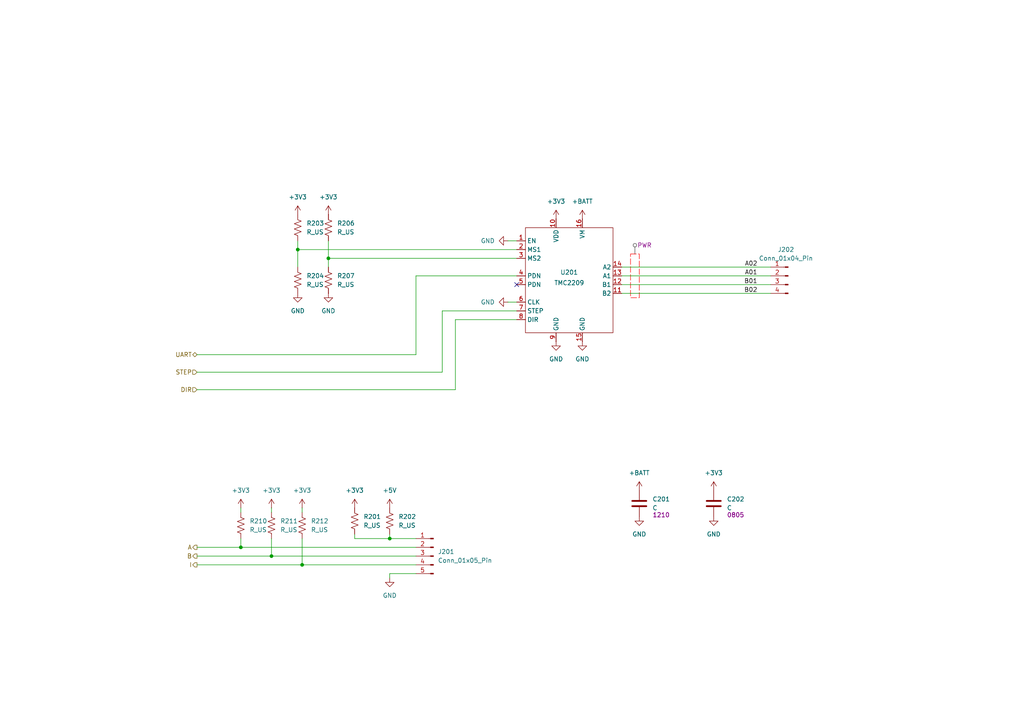
<source format=kicad_sch>
(kicad_sch (version 20250114) (generator "eeschema") (generator_version "9.0")
  (paper "A4")
  (lib_symbols
    (symbol "Connector:Conn_01x04_Pin" (pin_names (offset 1.016) (hide yes))
      (property "Reference" "J" (at 0 5.08 0))
      (property "Value" "Conn_01x04_Pin" (at 0 -7.62 0))
      (symbol "Conn_01x04_Pin_1_1"
        (rectangle (start 0.8636 2.667) (end 0 2.413) (stroke (width 0.1524)) (fill (type outline)))
        (rectangle (start 0.8636 0.127) (end 0 -0.127) (stroke (width 0.1524)) (fill (type outline)))
        (rectangle (start 0.8636 -2.413) (end 0 -2.667) (stroke (width 0.1524)) (fill (type outline)))
        (rectangle (start 0.8636 -4.953) (end 0 -5.207) (stroke (width 0.1524)) (fill (type outline)))
        (polyline (pts (xy 1.27 2.54) (xy 0.8636 2.54)) (stroke (width 0.1524)))
        (polyline (pts (xy 1.27 0) (xy 0.8636 0)) (stroke (width 0.1524)))
        (polyline (pts (xy 1.27 -2.54) (xy 0.8636 -2.54)) (stroke (width 0.1524)))
        (polyline (pts (xy 1.27 -5.08) (xy 0.8636 -5.08)) (stroke (width 0.1524)))
        (pin passive line (at 5.08 2.54 180) (length 3.81) (name "Pin_1") (number "1"))
        (pin passive line (at 5.08 0 180) (length 3.81) (name "Pin_2") (number "2"))
        (pin passive line (at 5.08 -2.54 180) (length 3.81) (name "Pin_3") (number "3"))
        (pin passive line (at 5.08 -5.08 180) (length 3.81) (name "Pin_4") (number "4"))
      )
    )
    (symbol "Connector:Conn_01x05_Pin" (pin_names (offset 1.016) (hide yes))
      (property "Reference" "J" (at 0 7.62 0))
      (property "Value" "Conn_01x05_Pin" (at 0 -7.62 0))
      (symbol "Conn_01x05_Pin_1_1"
        (rectangle (start 0.8636 5.207) (end 0 4.953) (stroke (width 0.1524)) (fill (type outline)))
        (rectangle (start 0.8636 2.667) (end 0 2.413) (stroke (width 0.1524)) (fill (type outline)))
        (rectangle (start 0.8636 0.127) (end 0 -0.127) (stroke (width 0.1524)) (fill (type outline)))
        (rectangle (start 0.8636 -2.413) (end 0 -2.667) (stroke (width 0.1524)) (fill (type outline)))
        (rectangle (start 0.8636 -4.953) (end 0 -5.207) (stroke (width 0.1524)) (fill (type outline)))
        (polyline (pts (xy 1.27 5.08) (xy 0.8636 5.08)) (stroke (width 0.1524)))
        (polyline (pts (xy 1.27 2.54) (xy 0.8636 2.54)) (stroke (width 0.1524)))
        (polyline (pts (xy 1.27 0) (xy 0.8636 0)) (stroke (width 0.1524)))
        (polyline (pts (xy 1.27 -2.54) (xy 0.8636 -2.54)) (stroke (width 0.1524)))
        (polyline (pts (xy 1.27 -5.08) (xy 0.8636 -5.08)) (stroke (width 0.1524)))
        (pin passive line (at 5.08 5.08 180) (length 3.81) (name "Pin_1") (number "1"))
        (pin passive line (at 5.08 2.54 180) (length 3.81) (name "Pin_2") (number "2"))
        (pin passive line (at 5.08 0 180) (length 3.81) (name "Pin_3") (number "3"))
        (pin passive line (at 5.08 -2.54 180) (length 3.81) (name "Pin_4") (number "4"))
        (pin passive line (at 5.08 -5.08 180) (length 3.81) (name "Pin_5") (number "5"))
      )
    )
    (symbol "Device:C" (pin_numbers (hide yes)) (pin_names (offset 0.254))
      (property "Reference" "C" (at 0.635 2.54 0))
      (property "Value" "C" (at 0.635 -2.54 0))
      (symbol "C_0_1"
        (polyline (pts (xy -2.032 0.762) (xy 2.032 0.762)) (stroke (width 0.508)))
        (polyline (pts (xy -2.032 -0.762) (xy 2.032 -0.762)) (stroke (width 0.508)))
      )
      (symbol "C_1_1"
        (pin passive line (at 0 3.81 270) (length 2.794) (name "~") (number "1"))
        (pin passive line (at 0 -3.81 90) (length 2.794) (name "~") (number "2"))
      )
    )
    (symbol "Device:R_US" (pin_numbers (hide yes)) (pin_names (offset 0))
      (property "Reference" "R" (at 2.54 0 90))
      (property "Value" "R_US" (at -2.54 0 90))
      (symbol "R_US_0_1"
        (polyline (pts (xy 0 2.286) (xy 0 2.54)))
        (polyline (pts (xy 0 2.286) (xy 1.016 1.905) (xy 0 1.524) (xy -1.016 1.143) (xy 0 0.762)))
        (polyline (pts (xy 0 0.762) (xy 1.016 0.381) (xy 0 0) (xy -1.016 -0.381) (xy 0 -0.762)))
        (polyline (pts (xy 0 -0.762) (xy 1.016 -1.143) (xy 0 -1.524) (xy -1.016 -1.905) (xy 0 -2.286)))
        (polyline (pts (xy 0 -2.286) (xy 0 -2.54)))
      )
      (symbol "R_US_1_1"
        (pin passive line (at 0 3.81 270) (length 1.27) (name "~") (number "1"))
        (pin passive line (at 0 -3.81 90) (length 1.27) (name "~") (number "2"))
      )
    )
    (symbol "Pokibot:TMC2209"
      (property "Reference" "U" (at -2.032 -3.302 0))
      (property "Value" "TMC2209" (at 0 -6.096 0))
      (symbol "TMC2209_0_1"
        (rectangle (start -12.7 11.43) (end 12.7 -19.05))
      )
      (symbol "TMC2209_1_1"
        (pin input line (at -15.24 7.62 0) (length 2.54) (name "EN") (number "1"))
        (pin input line (at -15.24 5.08 0) (length 2.54) (name "MS1") (number "2"))
        (pin input line (at -15.24 2.54 0) (length 2.54) (name "MS2") (number "3"))
        (pin input line (at -15.24 -2.54 0) (length 2.54) (name "PDN") (number "4"))
        (pin input line (at -15.24 -5.08 0) (length 2.54) (name "PDN") (number "5"))
        (pin input line (at -15.24 -10.16 0) (length 2.54) (name "CLK") (number "6"))
        (pin input line (at -15.24 -12.7 0) (length 2.54) (name "STEP") (number "7"))
        (pin input line (at -15.24 -15.24 0) (length 2.54) (name "DIR") (number "8"))
        (pin input line (at -3.81 13.97 270) (length 2.54) (name "VDD") (number "10"))
        (pin input line (at -3.81 -21.59 90) (length 2.54) (name "GND") (number "9"))
        (pin input line (at 3.81 13.97 270) (length 2.54) (name "VM") (number "16"))
        (pin input line (at 3.81 -21.59 90) (length 2.54) (name "GND") (number "15"))
        (pin input line (at 15.24 0 180) (length 2.54) (name "A2") (number "14"))
        (pin input line (at 15.24 -2.54 180) (length 2.54) (name "A1") (number "13"))
        (pin input line (at 15.24 -5.08 180) (length 2.54) (name "B1") (number "12"))
        (pin input line (at 15.24 -7.62 180) (length 2.54) (name "B2") (number "11"))
      )
    )
    (symbol "power:+3V3" (power) (pin_numbers (hide yes)) (pin_names (offset 0) (hide yes))
      (property "Value" "+3V3" (at 0 3.556 0))
      (symbol "+3V3_0_1"
        (polyline (pts (xy -0.762 1.27) (xy 0 2.54)))
        (polyline (pts (xy 0 2.54) (xy 0.762 1.27)))
        (polyline (pts (xy 0 0) (xy 0 2.54)))
      )
      (symbol "+3V3_1_1"
        (pin power_in line (at 0 0 90) (length 0) (name "~") (number "1"))
      )
    )
    (symbol "power:+5V" (power) (pin_numbers (hide yes)) (pin_names (offset 0) (hide yes))
      (property "Value" "+5V" (at 0 3.556 0))
      (symbol "+5V_0_1"
        (polyline (pts (xy -0.762 1.27) (xy 0 2.54)))
        (polyline (pts (xy 0 2.54) (xy 0.762 1.27)))
        (polyline (pts (xy 0 0) (xy 0 2.54)))
      )
      (symbol "+5V_1_1"
        (pin power_in line (at 0 0 90) (length 0) (name "~") (number "1"))
      )
    )
    (symbol "power:+BATT" (power) (pin_numbers (hide yes)) (pin_names (offset 0) (hide yes))
      (property "Value" "+BATT" (at 0 3.556 0))
      (symbol "+BATT_0_1"
        (polyline (pts (xy -0.762 1.27) (xy 0 2.54)))
        (polyline (pts (xy 0 2.54) (xy 0.762 1.27)))
        (polyline (pts (xy 0 0) (xy 0 2.54)))
      )
      (symbol "+BATT_1_1"
        (pin power_in line (at 0 0 90) (length 0) (name "~") (number "1"))
      )
    )
    (symbol "power:GND" (power) (pin_numbers (hide yes)) (pin_names (offset 0) (hide yes))
      (property "Value" "GND" (at 0 -3.81 0))
      (symbol "GND_0_1"
        (polyline (pts (xy 0 0) (xy 0 -1.27) (xy 1.27 -1.27) (xy 0 -2.54) (xy -1.27 -1.27) (xy 0 -1.27)))
      )
      (symbol "GND_1_1"
        (pin power_in line (at 0 0 270) (length 0) (name "~") (number "1"))
      )
    )
  )
  (junction (at 78.74 161.29))
  (junction (at 95.25 74.93))
  (junction (at 86.36 72.39))
  (junction (at 87.63 163.83))
  (junction (at 69.85 158.75))
  (junction (at 113.03 156.21))
  (no_connect (at 149.86 82.55))
  (wire (pts (xy 102.87 156.21) (xy 113.03 156.21)))
  (wire (pts (xy 87.63 163.83) (xy 120.65 163.83)))
  (wire (pts (xy 86.36 72.39) (xy 149.86 72.39)))
  (wire (pts (xy 57.15 102.87) (xy 120.65 102.87)))
  (wire (pts (xy 120.65 156.21) (xy 113.03 156.21)))
  (wire (pts (xy 69.85 156.21) (xy 69.85 158.75)))
  (wire (pts (xy 57.15 163.83) (xy 87.63 163.83)))
  (wire (pts (xy 57.15 161.29) (xy 78.74 161.29)))
  (wire (pts (xy 147.32 87.63) (xy 149.86 87.63)))
  (wire (pts (xy 149.86 90.17) (xy 128.27 90.17)))
  (wire (pts (xy 128.27 107.95) (xy 57.15 107.95)))
  (wire (pts (xy 87.63 147.32) (xy 87.63 148.59)))
  (wire (pts (xy 87.63 156.21) (xy 87.63 163.83)))
  (wire (pts (xy 102.87 154.94) (xy 102.87 156.21)))
  (wire (pts (xy 180.34 77.47) (xy 223.52 77.47)))
  (wire (pts (xy 95.25 74.93) (xy 95.25 77.47)))
  (wire (pts (xy 128.27 90.17) (xy 128.27 107.95)))
  (wire (pts (xy 86.36 72.39) (xy 86.36 77.47)))
  (wire (pts (xy 57.15 113.03) (xy 132.08 113.03)))
  (wire (pts (xy 113.03 166.37) (xy 113.03 167.64)))
  (wire (pts (xy 78.74 156.21) (xy 78.74 161.29)))
  (wire (pts (xy 95.25 74.93) (xy 149.86 74.93)))
  (wire (pts (xy 86.36 69.85) (xy 86.36 72.39)))
  (wire (pts (xy 69.85 158.75) (xy 120.65 158.75)))
  (wire (pts (xy 78.74 161.29) (xy 120.65 161.29)))
  (wire (pts (xy 120.65 80.01) (xy 149.86 80.01)))
  (wire (pts (xy 180.34 85.09) (xy 223.52 85.09)))
  (wire (pts (xy 120.65 102.87) (xy 120.65 80.01)))
  (wire (pts (xy 120.65 166.37) (xy 113.03 166.37)))
  (wire (pts (xy 113.03 154.94) (xy 113.03 156.21)))
  (wire (pts (xy 95.25 69.85) (xy 95.25 74.93)))
  (wire (pts (xy 180.34 82.55) (xy 223.52 82.55)))
  (wire (pts (xy 57.15 158.75) (xy 69.85 158.75)))
  (wire (pts (xy 132.08 113.03) (xy 132.08 92.71)))
  (wire (pts (xy 147.32 69.85) (xy 149.86 69.85)))
  (wire (pts (xy 78.74 147.32) (xy 78.74 148.59)))
  (wire (pts (xy 180.34 80.01) (xy 223.52 80.01)))
  (wire (pts (xy 132.08 92.71) (xy 149.86 92.71)))
  (wire (pts (xy 69.85 147.32) (xy 69.85 148.59)))
  (label "A01" (at 219.71 80.01 180))
  (label "B02" (at 219.71 85.09 180))
  (label "B01" (at 219.71 82.55 180))
  (label "A02" (at 219.71 77.47 180))
  (hierarchical_label "STEP" (shape input) (at 57.15 107.95 180))
  (hierarchical_label "B" (shape output) (at 57.15 161.29 180))
  (hierarchical_label "DIR" (shape input) (at 57.15 113.03 180))
  (hierarchical_label "I" (shape output) (at 57.15 163.83 180))
  (hierarchical_label "UART" (shape bidirectional) (at 57.15 102.87 180))
  (hierarchical_label "A" (shape output) (at 57.15 158.75 180))
  (rule_area (polyline (pts (xy 182.88 73.66) (xy 185.42 73.66) (xy 185.42 86.36) (xy 182.88 86.36)) (stroke (width 0) (type dash))))
  (netclass_flag "" (length 2.54) (shape round) (at 184.15 73.66 0) (property "Netclass" "PWR" (at 184.8485 71.12 0) (effects (justify left))))
  (symbol (lib_id "Device:R_US") (at 69.85 152.4 180) (unit 1)
    (property "Reference" "R210" (at 72.39 151.1299 0) (effects (justify right)))
    (property "Value" "R_US" (at 72.39 153.6699 0) (effects (justify right)))
    (property "Footprint" "Resistor_SMD:R_0603_1608Metric_Pad0.98x0.95mm_HandSolder" (effects (hide yes)))
    (property "Description" "Resistor, US symbol" (effects (hide yes)))
    (instances (project "Carte_moteur" (path "" (reference "R210") (unit 1)) (path "" (reference "R526") (unit 1)) (path "" (reference "R523") (unit 1))))
  )
  (symbol (lib_id "Device:R_US") (at 102.87 151.13 180) (unit 1)
    (property "Reference" "R201" (at 105.41 149.8599 0) (effects (justify right)))
    (property "Value" "R_US" (at 105.41 152.3999 0) (effects (justify right)))
    (property "Footprint" "Resistor_SMD:R_0603_1608Metric_Pad0.98x0.95mm_HandSolder" (effects (hide yes)))
    (property "Description" "Resistor, US symbol" (effects (hide yes)))
    (instances (project "Carte_moteur" (path "" (reference "R201") (unit 1)) (path "" (reference "R401") (unit 1)) (path "" (reference "R301") (unit 1))))
  )
  (symbol (lib_id "power:GND") (at 161.29 99.06 0) (unit 1)
    (property "Reference" "#PWR0212" (effects (hide yes)))
    (property "Value" "GND" (at 161.29 104.14 0))
    (property "Description" "Power symbol creates a global label with name \"GND\" , ground" (effects (hide yes)))
    (instances (project "Carte_moteur" (path "" (reference "#PWR0212") (unit 1)) (path "" (reference "#PWR0412") (unit 1)) (path "" (reference "#PWR0312") (unit 1))))
  )
  (symbol (lib_id "Device:R_US") (at 95.25 66.04 0) (unit 1)
    (property "Reference" "R206" (at 97.79 64.7699 0) (effects (justify left)))
    (property "Value" "R_US" (at 97.79 67.3099 0) (effects (justify left)))
    (property "Footprint" "Resistor_SMD:R_0805_2012Metric_Pad1.20x1.40mm_HandSolder" (effects (hide yes)))
    (property "Description" "Resistor, US symbol" (effects (hide yes)))
    (instances (project "Carte_moteur" (path "" (reference "R206") (unit 1)) (path "" (reference "R406") (unit 1)) (path "" (reference "R306") (unit 1))))
  )
  (symbol (lib_id "power:GND") (at 86.36 85.09 0) (unit 1)
    (property "Reference" "#PWR0206" (effects (hide yes)))
    (property "Value" "GND" (at 86.36 90.17 0))
    (property "Description" "Power symbol creates a global label with name \"GND\" , ground" (effects (hide yes)))
    (instances (project "Carte_moteur" (path "" (reference "#PWR0206") (unit 1)) (path "" (reference "#PWR0406") (unit 1)) (path "" (reference "#PWR0306") (unit 1))))
  )
  (symbol (lib_id "power:GND") (at 185.42 149.86 0) (unit 1)
    (property "Reference" "#PWR0216" (effects (hide yes)))
    (property "Value" "GND" (at 185.42 154.94 0))
    (property "Description" "Power symbol creates a global label with name \"GND\" , ground" (effects (hide yes)))
    (instances (project "Carte_moteur" (path "" (reference "#PWR0216") (unit 1)) (path "" (reference "#PWR0416") (unit 1)) (path "" (reference "#PWR0316") (unit 1))))
  )
  (symbol (lib_id "Device:C") (at 207.01 146.05 0) (unit 1)
    (property "Reference" "C202" (at 210.82 144.7799 0) (effects (justify left)))
    (property "Value" "C" (at 210.82 147.3199 0) (effects (justify left)))
    (property "Footprint" "Capacitor_SMD:C_0805_2012Metric_Pad1.18x1.45mm_HandSolder" (effects (hide yes)))
    (property "Description" "Unpolarized capacitor" (effects (hide yes)))
    (property "Size" "0805" (at 213.36 149.352 0))
    (instances (project "Carte_moteur" (path "" (reference "C202") (unit 1)) (path "" (reference "C402") (unit 1)) (path "" (reference "C302") (unit 1))))
  )
  (symbol (lib_id "power:+3V3") (at 207.01 142.24 0) (unit 1)
    (property "Reference" "#PWR0217" (effects (hide yes)))
    (property "Value" "+3V3" (at 207.01 137.16 0))
    (property "Description" "Power symbol creates a global label with name \"+3V3\"" (effects (hide yes)))
    (instances (project "Carte_moteur" (path "" (reference "#PWR0217") (unit 1)) (path "" (reference "#PWR0417") (unit 1)) (path "" (reference "#PWR0317") (unit 1))))
  )
  (symbol (lib_id "Connector:Conn_01x05_Pin") (at 125.73 161.29 0) (mirror y) (unit 1)
    (property "Reference" "J201" (at 127 160.0199 0) (effects (justify right)))
    (property "Value" "Conn_01x05_Pin" (at 127 162.5599 0) (effects (justify right)))
    (property "Footprint" "Connector_Molex:Molex_KK-254_AE-6410-05A_1x05_P2.54mm_Vertical" (effects (hide yes)))
    (property "Description" "Generic connector, single row, 01x05, script generated" (effects (hide yes)))
    (instances (project "Carte_moteur" (path "" (reference "J201") (unit 1)) (path "" (reference "J401") (unit 1)) (path "" (reference "J301") (unit 1))))
  )
  (symbol (lib_id "power:+3V3") (at 87.63 147.32 0) (unit 1)
    (property "Reference" "#PWR0529" (effects (hide yes)))
    (property "Value" "+3V3" (at 87.63 142.24 0))
    (property "Description" "Power symbol creates a global label with name \"+3V3\"" (effects (hide yes)))
    (instances (project "Carte_moteur" (path "" (reference "#PWR0529") (unit 1)) (path "" (reference "#PWR0535") (unit 1)) (path "" (reference "#PWR0532") (unit 1))))
  )
  (symbol (lib_id "Device:R_US") (at 95.25 81.28 0) (unit 1)
    (property "Reference" "R207" (at 97.79 80.0099 0) (effects (justify left)))
    (property "Value" "R_US" (at 97.79 82.5499 0) (effects (justify left)))
    (property "Footprint" "Resistor_SMD:R_0603_1608Metric_Pad0.98x0.95mm_HandSolder" (effects (hide yes)))
    (property "Description" "Resistor, US symbol" (effects (hide yes)))
    (instances (project "Carte_moteur" (path "" (reference "R207") (unit 1)) (path "" (reference "R407") (unit 1)) (path "" (reference "R307") (unit 1))))
  )
  (symbol (lib_id "power:+3V3") (at 78.74 147.32 0) (unit 1)
    (property "Reference" "#PWR0528" (effects (hide yes)))
    (property "Value" "+3V3" (at 78.74 142.24 0))
    (property "Description" "Power symbol creates a global label with name \"+3V3\"" (effects (hide yes)))
    (instances (project "Carte_moteur" (path "" (reference "#PWR0528") (unit 1)) (path "" (reference "#PWR0534") (unit 1)) (path "" (reference "#PWR0531") (unit 1))))
  )
  (symbol (lib_id "power:+3V3") (at 161.29 63.5 0) (unit 1)
    (property "Reference" "#PWR0211" (effects (hide yes)))
    (property "Value" "+3V3" (at 161.29 58.42 0))
    (property "Description" "Power symbol creates a global label with name \"+3V3\"" (effects (hide yes)))
    (instances (project "Carte_moteur" (path "" (reference "#PWR0211") (unit 1)) (path "" (reference "#PWR0411") (unit 1)) (path "" (reference "#PWR0311") (unit 1))))
  )
  (symbol (lib_id "power:+3V3") (at 95.25 62.23 0) (unit 1)
    (property "Reference" "#PWR0207" (effects (hide yes)))
    (property "Value" "+3V3" (at 95.25 57.15 0))
    (property "Description" "Power symbol creates a global label with name \"+3V3\"" (effects (hide yes)))
    (instances (project "Carte_moteur" (path "" (reference "#PWR0207") (unit 1)) (path "" (reference "#PWR0407") (unit 1)) (path "" (reference "#PWR0307") (unit 1))))
  )
  (symbol (lib_id "Pokibot:TMC2209") (at 165.1 77.47 0) (unit 1)
    (property "Reference" "U201" (at 165.1 78.994 0))
    (property "Value" "TMC2209" (at 165.1 82.042 0))
    (property "Footprint" "Pokibot:TMC2209" (effects (hide yes)))
    (instances (project "Carte_moteur" (path "" (reference "U201") (unit 1)) (path "" (reference "U401") (unit 1)) (path "" (reference "U301") (unit 1))))
  )
  (symbol (lib_id "power:GND") (at 95.25 85.09 0) (unit 1)
    (property "Reference" "#PWR0208" (effects (hide yes)))
    (property "Value" "GND" (at 95.25 90.17 0))
    (property "Description" "Power symbol creates a global label with name \"GND\" , ground" (effects (hide yes)))
    (instances (project "Carte_moteur" (path "" (reference "#PWR0208") (unit 1)) (path "" (reference "#PWR0408") (unit 1)) (path "" (reference "#PWR0308") (unit 1))))
  )
  (symbol (lib_id "Device:R_US") (at 113.03 151.13 180) (unit 1)
    (property "Reference" "R202" (at 115.57 149.8599 0) (effects (justify right)))
    (property "Value" "R_US" (at 115.57 152.3999 0) (effects (justify right)))
    (property "Footprint" "Resistor_SMD:R_0603_1608Metric_Pad0.98x0.95mm_HandSolder" (effects (hide yes)))
    (property "Description" "Resistor, US symbol" (effects (hide yes)))
    (instances (project "Carte_moteur" (path "" (reference "R202") (unit 1)) (path "" (reference "R402") (unit 1)) (path "" (reference "R302") (unit 1))))
  )
  (symbol (lib_id "power:GND") (at 147.32 69.85 270) (unit 1)
    (property "Reference" "#PWR0209" (effects (hide yes)))
    (property "Value" "GND" (at 143.51 69.8499 90) (effects (justify right)))
    (property "Description" "Power symbol creates a global label with name \"GND\" , ground" (effects (hide yes)))
    (instances (project "Carte_moteur" (path "" (reference "#PWR0209") (unit 1)) (path "" (reference "#PWR0409") (unit 1)) (path "" (reference "#PWR0309") (unit 1))))
  )
  (symbol (lib_id "Device:R_US") (at 86.36 81.28 0) (unit 1)
    (property "Reference" "R204" (at 88.9 80.0099 0) (effects (justify left)))
    (property "Value" "R_US" (at 88.9 82.5499 0) (effects (justify left)))
    (property "Footprint" "Resistor_SMD:R_0603_1608Metric_Pad0.98x0.95mm_HandSolder" (effects (hide yes)))
    (property "Description" "Resistor, US symbol" (effects (hide yes)))
    (instances (project "Carte_moteur" (path "" (reference "R204") (unit 1)) (path "" (reference "R404") (unit 1)) (path "" (reference "R304") (unit 1))))
  )
  (symbol (lib_id "power:GND") (at 168.91 99.06 0) (unit 1)
    (property "Reference" "#PWR0214" (effects (hide yes)))
    (property "Value" "GND" (at 168.91 104.14 0))
    (property "Description" "Power symbol creates a global label with name \"GND\" , ground" (effects (hide yes)))
    (instances (project "Carte_moteur" (path "" (reference "#PWR0214") (unit 1)) (path "" (reference "#PWR0414") (unit 1)) (path "" (reference "#PWR0314") (unit 1))))
  )
  (symbol (lib_id "power:GND") (at 147.32 87.63 270) (unit 1)
    (property "Reference" "#PWR0210" (effects (hide yes)))
    (property "Value" "GND" (at 143.51 87.6299 90) (effects (justify right)))
    (property "Description" "Power symbol creates a global label with name \"GND\" , ground" (effects (hide yes)))
    (instances (project "Carte_moteur" (path "" (reference "#PWR0210") (unit 1)) (path "" (reference "#PWR0410") (unit 1)) (path "" (reference "#PWR0310") (unit 1))))
  )
  (symbol (lib_id "Device:R_US") (at 87.63 152.4 180) (unit 1)
    (property "Reference" "R212" (at 90.17 151.1299 0) (effects (justify right)))
    (property "Value" "R_US" (at 90.17 153.6699 0) (effects (justify right)))
    (property "Footprint" "Resistor_SMD:R_0603_1608Metric_Pad0.98x0.95mm_HandSolder" (effects (hide yes)))
    (property "Description" "Resistor, US symbol" (effects (hide yes)))
    (instances (project "Carte_moteur" (path "" (reference "R212") (unit 1)) (path "" (reference "R528") (unit 1)) (path "" (reference "R525") (unit 1))))
  )
  (symbol (lib_id "Device:C") (at 185.42 146.05 0) (unit 1)
    (property "Reference" "C201" (at 189.23 144.7799 0) (effects (justify left)))
    (property "Value" "C" (at 189.23 147.3199 0) (effects (justify left)))
    (property "Footprint" "Capacitor_SMD:C_1210_3225Metric_Pad1.33x2.70mm_HandSolder" (effects (hide yes)))
    (property "Description" "Unpolarized capacitor" (effects (hide yes)))
    (property "Size" "1210" (at 191.77 149.352 0))
    (instances (project "Carte_moteur" (path "" (reference "C201") (unit 1)) (path "" (reference "C401") (unit 1)) (path "" (reference "C301") (unit 1))))
  )
  (symbol (lib_id "power:+BATT") (at 168.91 63.5 0) (unit 1)
    (property "Reference" "#PWR0213" (effects (hide yes)))
    (property "Value" "+BATT" (at 168.91 58.42 0))
    (property "Description" "Power symbol creates a global label with name \"+BATT\"" (effects (hide yes)))
    (instances (project "Carte_moteur" (path "" (reference "#PWR0213") (unit 1)) (path "" (reference "#PWR0413") (unit 1)) (path "" (reference "#PWR0313") (unit 1))))
  )
  (symbol (lib_id "power:+BATT") (at 185.42 142.24 0) (unit 1)
    (property "Reference" "#PWR0215" (effects (hide yes)))
    (property "Value" "+BATT" (at 185.42 137.16 0))
    (property "Description" "Power symbol creates a global label with name \"+BATT\"" (effects (hide yes)))
    (instances (project "Carte_moteur" (path "" (reference "#PWR0215") (unit 1)) (path "" (reference "#PWR0415") (unit 1)) (path "" (reference "#PWR0315") (unit 1))))
  )
  (symbol (lib_id "Device:R_US") (at 86.36 66.04 0) (unit 1)
    (property "Reference" "R203" (at 88.9 64.7699 0) (effects (justify left)))
    (property "Value" "R_US" (at 88.9 67.3099 0) (effects (justify left)))
    (property "Footprint" "Resistor_SMD:R_0805_2012Metric_Pad1.20x1.40mm_HandSolder" (effects (hide yes)))
    (property "Description" "Resistor, US symbol" (effects (hide yes)))
    (instances (project "Carte_moteur" (path "" (reference "R203") (unit 1)) (path "" (reference "R403") (unit 1)) (path "" (reference "R303") (unit 1))))
  )
  (symbol (lib_id "Connector:Conn_01x04_Pin") (at 228.6 80.01 0) (mirror y) (unit 1)
    (property "Reference" "J202" (at 227.965 72.39 0))
    (property "Value" "Conn_01x04_Pin" (at 227.965 74.93 0))
    (property "Footprint" "Connector_Molex:Molex_KK-254_AE-6410-04A_1x04_P2.54mm_Vertical" (effects (hide yes)))
    (property "Description" "Generic connector, single row, 01x04, script generated" (effects (hide yes)))
    (instances (project "Carte_moteur" (path "" (reference "J202") (unit 1)) (path "" (reference "J402") (unit 1)) (path "" (reference "J302") (unit 1))))
  )
  (symbol (lib_id "power:GND") (at 207.01 149.86 0) (unit 1)
    (property "Reference" "#PWR0218" (effects (hide yes)))
    (property "Value" "GND" (at 207.01 154.94 0))
    (property "Description" "Power symbol creates a global label with name \"GND\" , ground" (effects (hide yes)))
    (instances (project "Carte_moteur" (path "" (reference "#PWR0218") (unit 1)) (path "" (reference "#PWR0418") (unit 1)) (path "" (reference "#PWR0318") (unit 1))))
  )
  (symbol (lib_id "Device:R_US") (at 78.74 152.4 180) (unit 1)
    (property "Reference" "R211" (at 81.28 151.1299 0) (effects (justify right)))
    (property "Value" "R_US" (at 81.28 153.6699 0) (effects (justify right)))
    (property "Footprint" "Resistor_SMD:R_0603_1608Metric_Pad0.98x0.95mm_HandSolder" (effects (hide yes)))
    (property "Description" "Resistor, US symbol" (effects (hide yes)))
    (instances (project "Carte_moteur" (path "" (reference "R211") (unit 1)) (path "" (reference "R527") (unit 1)) (path "" (reference "R524") (unit 1))))
  )
  (symbol (lib_id "power:+3V3") (at 102.87 147.32 0) (unit 1)
    (property "Reference" "#PWR0202" (effects (hide yes)))
    (property "Value" "+3V3" (at 102.87 142.24 0))
    (property "Description" "Power symbol creates a global label with name \"+3V3\"" (effects (hide yes)))
    (instances (project "Carte_moteur" (path "" (reference "#PWR0202") (unit 1)) (path "" (reference "#PWR0402") (unit 1)) (path "" (reference "#PWR0302") (unit 1))))
  )
  (symbol (lib_id "power:GND") (at 113.03 167.64 0) (unit 1)
    (property "Reference" "#PWR0204" (effects (hide yes)))
    (property "Value" "GND" (at 113.03 172.72 0))
    (property "Description" "Power symbol creates a global label with name \"GND\" , ground" (effects (hide yes)))
    (instances (project "Carte_moteur" (path "" (reference "#PWR0204") (unit 1)) (path "" (reference "#PWR0404") (unit 1)) (path "" (reference "#PWR0304") (unit 1))))
  )
  (symbol (lib_id "power:+3V3") (at 69.85 147.32 0) (unit 1)
    (property "Reference" "#PWR0527" (effects (hide yes)))
    (property "Value" "+3V3" (at 69.85 142.24 0))
    (property "Description" "Power symbol creates a global label with name \"+3V3\"" (effects (hide yes)))
    (instances (project "Carte_moteur" (path "" (reference "#PWR0527") (unit 1)) (path "" (reference "#PWR0533") (unit 1)) (path "" (reference "#PWR0530") (unit 1))))
  )
  (symbol (lib_id "power:+3V3") (at 86.36 62.23 0) (unit 1)
    (property "Reference" "#PWR0205" (effects (hide yes)))
    (property "Value" "+3V3" (at 86.36 57.15 0))
    (property "Description" "Power symbol creates a global label with name \"+3V3\"" (effects (hide yes)))
    (instances (project "Carte_moteur" (path "" (reference "#PWR0205") (unit 1)) (path "" (reference "#PWR0405") (unit 1)) (path "" (reference "#PWR0305") (unit 1))))
  )
  (symbol (lib_id "power:+5V") (at 113.03 147.32 0) (unit 1)
    (property "Reference" "#PWR0203" (effects (hide yes)))
    (property "Value" "+5V" (at 113.03 142.24 0))
    (property "Description" "Power symbol creates a global label with name \"+5V\"" (effects (hide yes)))
    (instances (project "Carte_moteur" (path "" (reference "#PWR0203") (unit 1)) (path "" (reference "#PWR0403") (unit 1)) (path "" (reference "#PWR0303") (unit 1))))
  )
)
</source>
